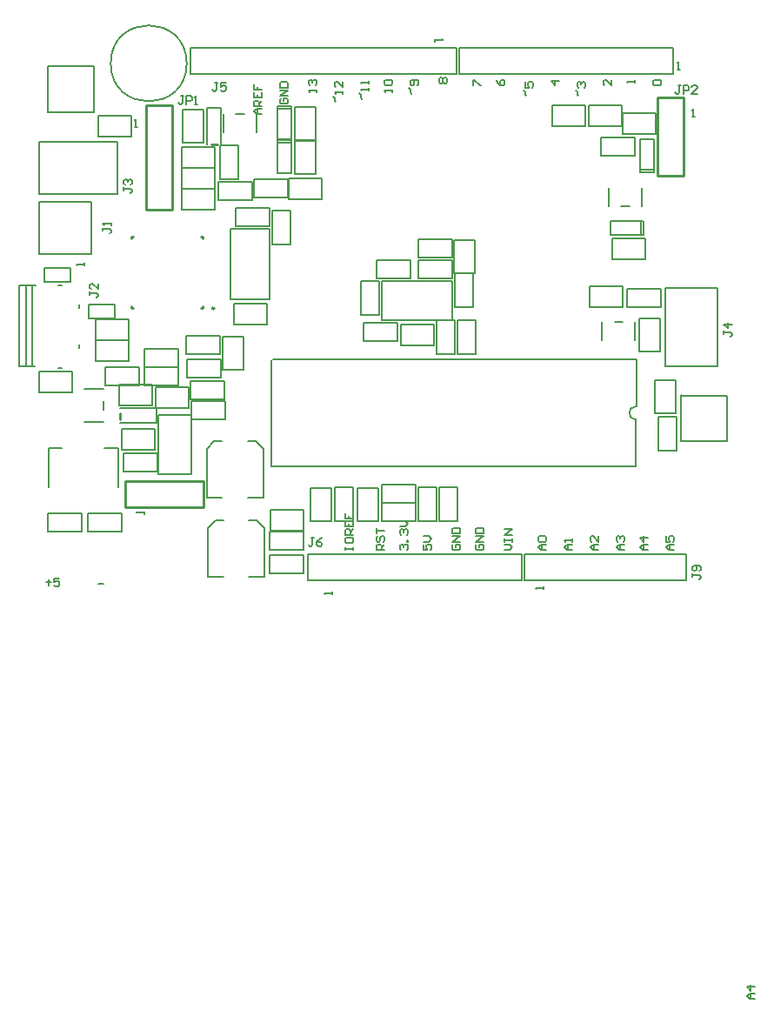
<source format=gto>
G04*
G04 #@! TF.GenerationSoftware,Altium Limited,Altium Designer,22.7.1 (60)*
G04*
G04 Layer_Color=65535*
%FSLAX44Y44*%
%MOMM*%
G71*
G04*
G04 #@! TF.SameCoordinates,93D02D30-53BF-4241-BF36-2AC50CD89F1B*
G04*
G04*
G04 #@! TF.FilePolarity,Positive*
G04*
G01*
G75*
%ADD10C,0.2000*%
%ADD11C,0.2540*%
%ADD12C,0.2700*%
%ADD13C,0.1500*%
D10*
X591000Y181750D02*
G03*
X591000Y169050I0J-6350D01*
G01*
X153840Y515620D02*
G03*
X153840Y515620I-37000J0D01*
G01*
X88900Y179832D02*
X124460D01*
Y165608D02*
Y179832D01*
X88900Y165608D02*
X124460D01*
X187452Y436880D02*
Y472440D01*
X173228D02*
X187452D01*
X173228Y436880D02*
Y472440D01*
X10160Y330200D02*
X60960D01*
X10160D02*
Y381000D01*
X60960D01*
Y330200D02*
Y381000D01*
X416560Y505460D02*
Y530860D01*
X157480Y505460D02*
X416560D01*
X157480D02*
Y530860D01*
X416560D01*
X619760Y220980D02*
X651510D01*
X638810D02*
X670560D01*
Y297180D01*
X619760D02*
X670560D01*
X619760Y220980D02*
Y297180D01*
X482600Y12700D02*
Y38100D01*
X640080D01*
Y12700D02*
Y38100D01*
X482600Y12700D02*
X640080D01*
X28780Y299780D02*
X32030D01*
X29030Y219280D02*
X32530D01*
X49530Y238780D02*
Y241780D01*
Y277780D02*
Y280780D01*
X-8720Y299280D02*
X7030D01*
X-8970Y220530D02*
X5780D01*
X-8970D02*
Y299280D01*
X-8720D01*
X-2470Y220780D02*
Y298780D01*
X3530Y220780D02*
Y298780D01*
X10160Y407670D02*
Y439420D01*
Y388620D02*
Y420370D01*
Y388620D02*
X86360D01*
Y439420D01*
X10160D02*
X86360D01*
X237600Y227400D02*
X591200D01*
X592200Y226400D01*
Y181750D02*
Y226400D01*
X236400Y123400D02*
Y149400D01*
X236200Y200400D02*
Y226400D01*
X236400Y149400D02*
Y201400D01*
Y123400D02*
X591000Y123400D01*
Y169050D01*
X546250Y298500D02*
X578250D01*
X546250Y278500D02*
Y298500D01*
Y278500D02*
X578250D01*
Y298500D01*
X590250Y246000D02*
Y264000D01*
X558250Y246000D02*
Y264000D01*
X570250D02*
X578250D01*
X609760Y175160D02*
Y207160D01*
Y175160D02*
X629760D01*
Y207160D01*
X609760D02*
X629760D01*
X627380Y505460D02*
Y530860D01*
X419100Y505460D02*
X627380D01*
X419100D02*
Y530860D01*
X627380D01*
X253240Y383700D02*
X285240D01*
Y403700D01*
X253240D02*
X285240D01*
X253240Y383700D02*
Y403700D01*
X219710Y384810D02*
X252730D01*
Y402590D01*
X219710D02*
X252730D01*
X219710Y384810D02*
Y402590D01*
X84120Y267320D02*
Y281320D01*
X58120D02*
X84120D01*
X58120Y267320D02*
Y281320D01*
Y267320D02*
X84120D01*
X14940Y302880D02*
Y316880D01*
Y302880D02*
X40940D01*
Y316880D01*
X14940D02*
X40940D01*
X149100Y414180D02*
X181100D01*
Y434180D01*
X149100D02*
X181100D01*
X149100Y414180D02*
Y434180D01*
X90680Y159860D02*
X122680D01*
X90680Y139860D02*
Y159860D01*
Y139860D02*
X122680D01*
Y159860D01*
X150020Y438660D02*
Y470660D01*
Y438660D02*
X170020D01*
Y470660D01*
X150020D02*
X170020D01*
X614520Y235460D02*
Y267460D01*
X594520D02*
X614520D01*
X594520Y235460D02*
Y267460D01*
Y235460D02*
X614520D01*
X88140Y203040D02*
X120140D01*
X88140Y183040D02*
Y203040D01*
Y183040D02*
X120140D01*
Y203040D01*
X149100Y393860D02*
X181100D01*
Y413860D01*
X149100D02*
X181100D01*
X149100Y393860D02*
Y413860D01*
X320200Y70360D02*
Y102360D01*
Y70360D02*
X340200D01*
Y102360D01*
X320200D02*
X340200D01*
X235460Y61120D02*
X267460D01*
Y81120D01*
X235460D02*
X267460D01*
X235460Y61120D02*
Y81120D01*
X578360Y467200D02*
X610360D01*
X578360Y447200D02*
Y467200D01*
Y447200D02*
X610360D01*
Y467200D01*
X568200Y325280D02*
X600200D01*
Y345280D01*
X568200D02*
X600200D01*
X568200Y325280D02*
Y345280D01*
X394460Y241460D02*
Y261460D01*
X362460Y241460D02*
X394460D01*
X362460D02*
Y261460D01*
X394460D01*
X259240Y408180D02*
Y440180D01*
Y408180D02*
X279240D01*
Y440180D01*
X259240D02*
X279240D01*
X259240Y441200D02*
Y473200D01*
Y441200D02*
X279240D01*
Y473200D01*
X259240D02*
X279240D01*
X274480Y70360D02*
Y102360D01*
Y70360D02*
X294480D01*
Y102360D01*
X274480D02*
X294480D01*
X509780Y454820D02*
X541780D01*
Y474820D01*
X509780D02*
X541780D01*
X509780Y454820D02*
Y474820D01*
X545340Y454820D02*
X577340D01*
Y474820D01*
X545340D02*
X577340D01*
X545340Y454820D02*
Y474820D01*
X199900Y261780D02*
X231900D01*
Y281780D01*
X199900D02*
X231900D01*
X199900Y261780D02*
Y281780D01*
X434180Y311660D02*
Y343660D01*
X414180D02*
X434180D01*
X414180Y311660D02*
Y343660D01*
Y311660D02*
X434180D01*
X149100Y373540D02*
X181100D01*
Y393540D01*
X149100D02*
X181100D01*
X149100Y373540D02*
Y393540D01*
X67820Y464660D02*
X99820D01*
X67820Y444660D02*
Y464660D01*
Y444660D02*
X99820D01*
Y464660D01*
X10060Y195740D02*
X42060D01*
Y215740D01*
X10060D02*
X42060D01*
X10060Y195740D02*
Y215740D01*
X65280Y246540D02*
X97280D01*
Y266540D01*
X65280D02*
X97280D01*
X65280Y246540D02*
Y266540D01*
X189000Y217250D02*
Y249250D01*
Y217250D02*
X209000D01*
Y249250D01*
X189000D02*
X209000D01*
X65280Y226220D02*
X97280D01*
Y246220D01*
X65280D02*
X97280D01*
X65280Y226220D02*
Y246220D01*
X123700Y180500D02*
X155700D01*
Y200500D01*
X123700D02*
X155700D01*
X123700Y180500D02*
Y200500D01*
X298450Y69850D02*
Y102870D01*
Y69850D02*
X316230D01*
Y102870D01*
X298450D02*
X316230D01*
X417830Y232410D02*
Y265430D01*
Y232410D02*
X435610D01*
Y265430D01*
X417830D02*
X435610D01*
X157990Y169360D02*
X191010D01*
Y187140D01*
X157990D02*
X191010D01*
X157990Y169360D02*
Y187140D01*
X204470Y402590D02*
Y435610D01*
X186690D02*
X204470D01*
X186690Y402590D02*
Y435610D01*
Y402590D02*
X204470D01*
X631190Y138430D02*
Y171450D01*
X613410D02*
X631190D01*
X613410Y138430D02*
Y171450D01*
Y138430D02*
X631190D01*
X74930Y219710D02*
X107950D01*
X74930Y201930D02*
Y219710D01*
Y201930D02*
X107950D01*
Y219710D01*
X184810Y400050D02*
X217830D01*
X184810Y382270D02*
Y400050D01*
Y382270D02*
X217830D01*
Y400050D01*
X582270Y295910D02*
X615290D01*
X582270Y278130D02*
Y295910D01*
Y278130D02*
X615290D01*
Y295910D01*
X92710Y135890D02*
X125730D01*
X92710Y118110D02*
Y135890D01*
Y118110D02*
X125730D01*
Y135890D01*
X57810Y59690D02*
X90830D01*
Y77470D01*
X57810D02*
X90830D01*
X57810Y59690D02*
Y77470D01*
X19050Y59690D02*
X52070D01*
Y77470D01*
X19050D02*
X52070D01*
X19050Y59690D02*
Y77470D01*
X433070Y278130D02*
Y311150D01*
X415290D02*
X433070D01*
X415290Y278130D02*
Y311150D01*
Y278130D02*
X433070D01*
X338430Y323850D02*
X371450D01*
X338430Y306070D02*
Y323850D01*
Y306070D02*
X371450D01*
Y323850D01*
X326390Y262890D02*
X359410D01*
X326390Y245110D02*
Y262890D01*
Y245110D02*
X359410D01*
Y262890D01*
X397510Y69850D02*
Y102870D01*
X379730D02*
X397510D01*
X379730Y69850D02*
Y102870D01*
Y69850D02*
X397510D01*
X344170D02*
X377190D01*
Y87630D01*
X344170D02*
X377190D01*
X344170Y69850D02*
Y87630D01*
X397510Y232410D02*
Y265430D01*
Y232410D02*
X415290D01*
Y265430D01*
X397510D02*
X415290D01*
X379730Y323850D02*
X412750D01*
X379730Y306070D02*
Y323850D01*
Y306070D02*
X412750D01*
Y323850D01*
X234950Y19050D02*
X267970D01*
Y36830D01*
X234950D02*
X267970D01*
X234950Y19050D02*
Y36830D01*
Y59690D02*
X267970D01*
X234950Y41910D02*
Y59690D01*
Y41910D02*
X267970D01*
Y59690D01*
X400050Y102870D02*
X417830D01*
Y69850D02*
Y102870D01*
X400050Y69850D02*
X417830D01*
X400050D02*
Y102870D01*
X377190Y87630D02*
Y105410D01*
X344170Y87630D02*
X377190D01*
X344170D02*
Y105410D01*
X377190D01*
X379730Y326390D02*
X412750D01*
Y344170D01*
X379730D02*
X412750D01*
X379730Y326390D02*
Y344170D01*
X341630Y270510D02*
Y303530D01*
X323850D02*
X341630D01*
X323850Y270510D02*
Y303530D01*
Y270510D02*
X341630D01*
X237490Y339090D02*
Y372110D01*
Y339090D02*
X255270D01*
Y372110D01*
X237490D02*
X255270D01*
X201270Y374650D02*
X234290D01*
X201270Y356870D02*
Y374650D01*
Y356870D02*
X234290D01*
Y374650D01*
X557530Y425450D02*
X590550D01*
Y443230D01*
X557530D02*
X590550D01*
X557530Y425450D02*
Y443230D01*
X153240Y233110D02*
X186260D01*
Y250890D01*
X153240D02*
X186260D01*
X153240Y233110D02*
Y250890D01*
X113030Y237490D02*
X146050D01*
X113030Y219710D02*
Y237490D01*
Y219710D02*
X146050D01*
Y237490D01*
X113030Y219710D02*
X146050D01*
X113030Y201930D02*
Y219710D01*
Y201930D02*
X146050D01*
Y219710D01*
X154240Y209610D02*
X187260D01*
Y227390D01*
X154240D02*
X187260D01*
X154240Y209610D02*
Y227390D01*
X157240Y188610D02*
X190260D01*
Y206390D01*
X157240D02*
X190260D01*
X157240Y188610D02*
Y206390D01*
X595122Y410210D02*
Y412242D01*
Y410210D02*
X595376Y409956D01*
X608584D01*
X608838Y410210D02*
Y412242D01*
Y441960D01*
X595122D02*
X608838D01*
X595122Y412242D02*
X608838D01*
X595122D02*
Y441960D01*
X596138Y348742D02*
X598170D01*
X598424Y348996D01*
Y362204D01*
X596138Y362458D02*
X598170D01*
X566420D02*
X596138D01*
X566420Y348742D02*
Y362458D01*
X596138Y348742D02*
Y362458D01*
X566420Y348742D02*
X596138D01*
X255778Y438658D02*
Y440690D01*
X255524Y440944D02*
X255778Y440690D01*
X242316Y440944D02*
X255524D01*
X242062Y438658D02*
Y440690D01*
Y408940D02*
Y438658D01*
Y408940D02*
X255778D01*
X242062Y438658D02*
X255778D01*
Y408940D02*
Y438658D01*
Y471678D02*
Y473710D01*
X255524Y473964D02*
X255778Y473710D01*
X242316Y473964D02*
X255524D01*
X242062Y471678D02*
Y473710D01*
Y441960D02*
Y471678D01*
Y441960D02*
X255778D01*
X242062Y471678D02*
X255778D01*
Y441960D02*
Y471678D01*
X18390Y467970D02*
X62890D01*
X63140Y467720D01*
Y512720D01*
X18390D02*
X63140D01*
X18390Y467970D02*
Y512720D01*
X635610Y192430D02*
X680110D01*
X635360Y192680D02*
X635610Y192430D01*
X635360Y147680D02*
Y192680D01*
Y147680D02*
X680110D01*
Y192430D01*
X344170Y265430D02*
Y303530D01*
X412750Y276270D02*
Y303530D01*
X344170D02*
X412750D01*
Y265430D02*
Y276270D01*
X344170Y265430D02*
X412750D01*
X196850Y285750D02*
X234950D01*
X196850Y354330D02*
X224110D01*
X196850Y285750D02*
Y354330D01*
X224110D02*
X234950D01*
Y285750D02*
Y354330D01*
X221740Y448200D02*
Y466200D01*
X189740Y448200D02*
Y466200D01*
X201740D02*
X209740D01*
X54500Y166880D02*
X72500D01*
X54500Y198880D02*
X72500D01*
Y178880D02*
Y186880D01*
X565000Y376280D02*
Y394280D01*
X597000Y376280D02*
Y394280D01*
X577000Y376280D02*
X585000D01*
X73340Y140920D02*
X87340D01*
Y102920D02*
Y140920D01*
X19340D02*
X32340D01*
X19340Y102920D02*
Y140920D01*
X126240Y173780D02*
X158240D01*
X126240Y115780D02*
Y173780D01*
Y115780D02*
X158240D01*
Y173780D01*
X182000Y71000D02*
X189500D01*
X214500D02*
X222000D01*
X229500Y61000D02*
Y63500D01*
X222000Y71000D02*
X229500Y63500D01*
X174500Y61000D02*
Y63500D01*
X182000Y71000D01*
X174500Y16000D02*
Y61000D01*
Y16000D02*
X189500D01*
X214500D02*
X229500D01*
Y61000D01*
X180750Y148000D02*
X188250D01*
X213250D02*
X220750D01*
X228250Y138000D02*
Y140500D01*
X220750Y148000D02*
X228250Y140500D01*
X173250Y138000D02*
Y140500D01*
X180750Y148000D01*
X173250Y93000D02*
Y138000D01*
Y93000D02*
X188250D01*
X213250D02*
X228250D01*
Y138000D01*
X271780Y12700D02*
X480060D01*
Y38100D01*
X271780D02*
X480060D01*
X271780Y12700D02*
Y38100D01*
D11*
X180620Y277420D02*
G03*
X180620Y277420I-1000J0D01*
G01*
X114300Y474980D02*
X139700D01*
X114300Y373380D02*
Y474980D01*
X139700Y373380D02*
Y474980D01*
X114300Y373380D02*
X139700D01*
X612140Y482600D02*
X637540D01*
X612140Y406400D02*
Y482600D01*
X637540Y406400D02*
Y482600D01*
X612140Y406400D02*
X637540D01*
X169620Y345420D02*
Y347420D01*
Y345420D02*
Y347420D01*
X167620D02*
X169620D01*
X99620Y345420D02*
Y347420D01*
Y345420D02*
Y347420D01*
X101620D01*
X99620Y277420D02*
X101620D01*
X99620D02*
X101620D01*
X99620D02*
Y279420D01*
X167620Y277420D02*
X169620D01*
X167620D02*
X169620D01*
Y279420D01*
X170180Y83820D02*
Y109220D01*
X93980D02*
X170180D01*
X93980Y83820D02*
X170180D01*
X93980D02*
Y109220D01*
D12*
X88646Y169418D02*
Y175514D01*
X177546Y436626D02*
X183642D01*
D13*
X54380Y319000D02*
Y321666D01*
Y320333D01*
X46383D01*
X47716Y319000D01*
X103100Y453620D02*
X105766D01*
X104433D01*
Y461617D01*
X103100Y460285D01*
X395200Y539520D02*
Y536854D01*
Y538187D01*
X403197D01*
X401865Y539520D01*
X645750Y463500D02*
X648416D01*
X647083D01*
Y471497D01*
X645750Y470164D01*
X501420Y4040D02*
Y6706D01*
Y5373D01*
X493423D01*
X494756Y4040D01*
X67540Y9120D02*
X72872D01*
X16740Y10579D02*
X22072D01*
X19406Y13245D02*
Y7913D01*
X30069Y14577D02*
X24737D01*
Y10579D01*
X27403Y11912D01*
X28736D01*
X30069Y10579D01*
Y7913D01*
X28736Y6580D01*
X26070D01*
X24737Y7913D01*
X227100Y466157D02*
X221768D01*
X219103Y468823D01*
X221768Y471488D01*
X227100D01*
X223101D01*
Y466157D01*
X227100Y474154D02*
X219103D01*
Y478153D01*
X220436Y479486D01*
X223101D01*
X224434Y478153D01*
Y474154D01*
Y476820D02*
X227100Y479486D01*
X219103Y487483D02*
Y482152D01*
X227100D01*
Y487483D01*
X223101Y482152D02*
Y484817D01*
X219103Y495481D02*
Y490149D01*
X223101D01*
Y492815D01*
Y490149D01*
X227100D01*
X245835Y481485D02*
X244503Y480152D01*
Y477486D01*
X245835Y476153D01*
X251167D01*
X252500Y477486D01*
Y480152D01*
X251167Y481485D01*
X248501D01*
Y478819D01*
X252500Y484151D02*
X244503D01*
X252500Y489483D01*
X244503D01*
Y492148D02*
X252500D01*
Y496147D01*
X251167Y497480D01*
X245835D01*
X244503Y496147D01*
Y492148D01*
X280440Y487816D02*
Y490482D01*
Y489149D01*
X272443D01*
X273776Y487816D01*
Y494481D02*
X272443Y495814D01*
Y498480D01*
X273776Y499813D01*
X275108D01*
X276441Y498480D01*
Y497147D01*
Y498480D01*
X277774Y499813D01*
X279107D01*
X280440Y498480D01*
Y495814D01*
X279107Y494481D01*
X299175Y477820D02*
X297843Y479153D01*
Y481818D01*
X296510Y483151D01*
X305840Y485817D02*
Y488483D01*
Y487150D01*
X297843D01*
X299175Y485817D01*
X305840Y497813D02*
Y492482D01*
X300508Y497813D01*
X299175D01*
X297843Y496480D01*
Y493815D01*
X299175Y492482D01*
X324576Y481152D02*
X323243Y482485D01*
Y485151D01*
X321910Y486483D01*
X331240Y489149D02*
Y491815D01*
Y490482D01*
X323243D01*
X324576Y489149D01*
X331240Y495814D02*
Y498480D01*
Y497147D01*
X323243D01*
X324576Y495814D01*
X354100Y487816D02*
Y490482D01*
Y489149D01*
X346103D01*
X347435Y487816D01*
Y494481D02*
X346103Y495814D01*
Y498480D01*
X347435Y499813D01*
X352767D01*
X354100Y498480D01*
Y495814D01*
X352767Y494481D01*
X347435D01*
X372836Y486150D02*
X371503Y487483D01*
Y490149D01*
X370170Y491482D01*
X378167Y494148D02*
X379500Y495481D01*
Y498147D01*
X378167Y499479D01*
X372836D01*
X371503Y498147D01*
Y495481D01*
X372836Y494148D01*
X374168D01*
X375501Y495481D01*
Y499479D01*
X609055Y494260D02*
X607723Y495593D01*
Y498259D01*
X609055Y499592D01*
X614387D01*
X615720Y498259D01*
Y495593D01*
X614387Y494260D01*
X609055D01*
X400775Y496310D02*
X399443Y497643D01*
Y500309D01*
X400775Y501642D01*
X402108D01*
X403441Y500309D01*
X404774Y501642D01*
X406107D01*
X407440Y500309D01*
Y497643D01*
X406107Y496310D01*
X404774D01*
X403441Y497643D01*
X402108Y496310D01*
X400775D01*
X403441Y497643D02*
Y500309D01*
X432463Y494097D02*
Y499428D01*
X433796D01*
X439127Y494097D01*
X440460D01*
X455323Y499592D02*
X456656Y496926D01*
X459321Y494260D01*
X461987D01*
X463320Y495593D01*
Y498259D01*
X461987Y499592D01*
X460654D01*
X459321Y498259D01*
Y494260D01*
X484595Y484100D02*
X483263Y485433D01*
Y488099D01*
X481930Y489432D01*
X483263Y497429D02*
Y492097D01*
X487261D01*
X485928Y494763D01*
Y496096D01*
X487261Y497429D01*
X489927D01*
X491260Y496096D01*
Y493430D01*
X489927Y492097D01*
X516660Y498259D02*
X508663D01*
X512661Y494260D01*
Y499592D01*
X535396Y484100D02*
X534063Y485433D01*
Y488099D01*
X532730Y489432D01*
X535396Y492097D02*
X534063Y493430D01*
Y496096D01*
X535396Y497429D01*
X536728D01*
X538061Y496096D01*
Y494763D01*
Y496096D01*
X539394Y497429D01*
X540727D01*
X542060Y496096D01*
Y493430D01*
X540727Y492097D01*
X567460Y499592D02*
Y494260D01*
X562128Y499592D01*
X560796D01*
X559463Y498259D01*
Y495593D01*
X560796Y494260D01*
X707160Y-394740D02*
X701828D01*
X699163Y-392074D01*
X701828Y-389408D01*
X707160D01*
X703161D01*
Y-394740D01*
X707160Y-382744D02*
X699163D01*
X703161Y-386743D01*
Y-381411D01*
X590320Y496800D02*
Y499466D01*
Y498133D01*
X582323D01*
X583656Y496800D01*
X413475Y47472D02*
X412143Y46139D01*
Y43473D01*
X413475Y42140D01*
X418807D01*
X420140Y43473D01*
Y46139D01*
X418807Y47472D01*
X416141D01*
Y44806D01*
X420140Y50137D02*
X412143D01*
X420140Y55469D01*
X412143D01*
Y58135D02*
X420140D01*
Y62133D01*
X418807Y63466D01*
X413475D01*
X412143Y62133D01*
Y58135D01*
X308003Y42140D02*
Y44806D01*
Y43473D01*
X316000D01*
Y42140D01*
Y44806D01*
X308003Y52803D02*
Y50137D01*
X309335Y48804D01*
X314667D01*
X316000Y50137D01*
Y52803D01*
X314667Y54136D01*
X309335D01*
X308003Y52803D01*
X316000Y56802D02*
X308003D01*
Y60801D01*
X309335Y62133D01*
X312001D01*
X313334Y60801D01*
Y56802D01*
Y59468D02*
X316000Y62133D01*
X308003Y70131D02*
Y64799D01*
X316000D01*
Y70131D01*
X312001Y64799D02*
Y67465D01*
X308003Y78128D02*
Y72797D01*
X312001D01*
Y75463D01*
Y72797D01*
X316000D01*
X346480Y42140D02*
X338483D01*
Y46139D01*
X339815Y47472D01*
X342481D01*
X343814Y46139D01*
Y42140D01*
Y44806D02*
X346480Y47472D01*
X339815Y55469D02*
X338483Y54136D01*
Y51470D01*
X339815Y50137D01*
X341148D01*
X342481Y51470D01*
Y54136D01*
X343814Y55469D01*
X345147D01*
X346480Y54136D01*
Y51470D01*
X345147Y50137D01*
X338483Y58135D02*
Y63466D01*
Y60801D01*
X346480D01*
X362676Y42140D02*
X361343Y43473D01*
Y46139D01*
X362676Y47472D01*
X364008D01*
X365341Y46139D01*
Y44806D01*
Y46139D01*
X366674Y47472D01*
X368007D01*
X369340Y46139D01*
Y43473D01*
X368007Y42140D01*
X369340Y50137D02*
X368007D01*
Y51470D01*
X369340D01*
Y50137D01*
X362676Y56802D02*
X361343Y58135D01*
Y60801D01*
X362676Y62133D01*
X364008D01*
X365341Y60801D01*
Y59468D01*
Y60801D01*
X366674Y62133D01*
X368007D01*
X369340Y60801D01*
Y58135D01*
X368007Y56802D01*
X361343Y64799D02*
X366674D01*
X369340Y67465D01*
X366674Y70131D01*
X361343D01*
X384203Y47472D02*
Y42140D01*
X388201D01*
X386868Y44806D01*
Y46139D01*
X388201Y47472D01*
X390867D01*
X392200Y46139D01*
Y43473D01*
X390867Y42140D01*
X384203Y50137D02*
X389534D01*
X392200Y52803D01*
X389534Y55469D01*
X384203D01*
X436335Y47472D02*
X435003Y46139D01*
Y43473D01*
X436335Y42140D01*
X441667D01*
X443000Y43473D01*
Y46139D01*
X441667Y47472D01*
X439001D01*
Y44806D01*
X443000Y50137D02*
X435003D01*
X443000Y55469D01*
X435003D01*
Y58135D02*
X443000D01*
Y62133D01*
X441667Y63466D01*
X436335D01*
X435003Y62133D01*
Y58135D01*
X462943Y42140D02*
X468274D01*
X470940Y44806D01*
X468274Y47472D01*
X462943D01*
Y50137D02*
Y52803D01*
Y51470D01*
X470940D01*
Y50137D01*
Y52803D01*
Y56802D02*
X462943D01*
X470940Y62133D01*
X462943D01*
X503960Y42140D02*
X498628D01*
X495963Y44806D01*
X498628Y47472D01*
X503960D01*
X499961D01*
Y42140D01*
X497295Y50137D02*
X495963Y51470D01*
Y54136D01*
X497295Y55469D01*
X502627D01*
X503960Y54136D01*
Y51470D01*
X502627Y50137D01*
X497295D01*
X529360Y42140D02*
X524028D01*
X521363Y44806D01*
X524028Y47472D01*
X529360D01*
X525361D01*
Y42140D01*
X529360Y50137D02*
Y52803D01*
Y51470D01*
X521363D01*
X522696Y50137D01*
X554760Y42140D02*
X549428D01*
X546763Y44806D01*
X549428Y47472D01*
X554760D01*
X550761D01*
Y42140D01*
X554760Y55469D02*
Y50137D01*
X549428Y55469D01*
X548096D01*
X546763Y54136D01*
Y51470D01*
X548096Y50137D01*
X580160Y42140D02*
X574828D01*
X572163Y44806D01*
X574828Y47472D01*
X580160D01*
X576161D01*
Y42140D01*
X573495Y50137D02*
X572163Y51470D01*
Y54136D01*
X573495Y55469D01*
X574828D01*
X576161Y54136D01*
Y52803D01*
Y54136D01*
X577494Y55469D01*
X578827D01*
X580160Y54136D01*
Y51470D01*
X578827Y50137D01*
X603020Y42140D02*
X597688D01*
X595023Y44806D01*
X597688Y47472D01*
X603020D01*
X599021D01*
Y42140D01*
X603020Y54136D02*
X595023D01*
X599021Y50137D01*
Y55469D01*
X628420Y42140D02*
X623088D01*
X620423Y44806D01*
X623088Y47472D01*
X628420D01*
X624421D01*
Y42140D01*
X620423Y55469D02*
Y50137D01*
X624421D01*
X623088Y52803D01*
Y54136D01*
X624421Y55469D01*
X627087D01*
X628420Y54136D01*
Y51470D01*
X627087Y50137D01*
X631420Y509500D02*
X634086D01*
X632753D01*
Y517497D01*
X631420Y516165D01*
X112800Y79780D02*
Y77114D01*
Y78447D01*
X104803D01*
X106136Y79780D01*
X295680Y-1040D02*
Y1626D01*
Y293D01*
X287683D01*
X289016Y-1040D01*
X634748Y494219D02*
X632083D01*
X633415D01*
Y487554D01*
X632083Y486221D01*
X630750D01*
X629417Y487554D01*
X637414Y486221D02*
Y494219D01*
X641413D01*
X642746Y492886D01*
Y490220D01*
X641413Y488887D01*
X637414D01*
X650743Y486221D02*
X645412D01*
X650743Y491553D01*
Y492886D01*
X649410Y494219D01*
X646745D01*
X645412Y492886D01*
X150941Y484059D02*
X148275D01*
X149608D01*
Y477394D01*
X148275Y476061D01*
X146943D01*
X145610Y477394D01*
X153607Y476061D02*
Y484059D01*
X157606D01*
X158939Y482726D01*
Y480060D01*
X157606Y478727D01*
X153607D01*
X161604Y476061D02*
X164270D01*
X162937D01*
Y484059D01*
X161604Y482726D01*
X646241Y18987D02*
Y16321D01*
Y17654D01*
X652906D01*
X654239Y16321D01*
Y14988D01*
X652906Y13656D01*
Y21653D02*
X654239Y22986D01*
Y25652D01*
X652906Y26985D01*
X647574D01*
X646241Y25652D01*
Y22986D01*
X647574Y21653D01*
X648907D01*
X650240Y22986D01*
Y26985D01*
X277620Y53717D02*
X274954D01*
X276287D01*
Y47053D01*
X274954Y45720D01*
X273621D01*
X272288Y47053D01*
X285617Y53717D02*
X282951Y52385D01*
X280285Y49719D01*
Y47053D01*
X281618Y45720D01*
X284284D01*
X285617Y47053D01*
Y48386D01*
X284284Y49719D01*
X280285D01*
X184087Y496759D02*
X181421D01*
X182754D01*
Y490094D01*
X181421Y488761D01*
X180088D01*
X178755Y490094D01*
X192085Y496759D02*
X186753D01*
Y492760D01*
X189419Y494093D01*
X190752D01*
X192085Y492760D01*
Y490094D01*
X190752Y488761D01*
X188086D01*
X186753Y490094D01*
X676721Y255207D02*
Y252541D01*
Y253874D01*
X683386D01*
X684719Y252541D01*
Y251208D01*
X683386Y249876D01*
X684719Y261872D02*
X676721D01*
X680720Y257873D01*
Y263204D01*
X92521Y394907D02*
Y392241D01*
Y393574D01*
X99186D01*
X100519Y392241D01*
Y390908D01*
X99186Y389576D01*
X93854Y397573D02*
X92521Y398906D01*
Y401572D01*
X93854Y402905D01*
X95187D01*
X96520Y401572D01*
Y400239D01*
Y401572D01*
X97853Y402905D01*
X99186D01*
X100519Y401572D01*
Y398906D01*
X99186Y397573D01*
X59501Y293307D02*
Y290641D01*
Y291974D01*
X66166D01*
X67499Y290641D01*
Y289308D01*
X66166Y287976D01*
X67499Y301304D02*
Y295973D01*
X62167Y301304D01*
X60834D01*
X59501Y299972D01*
Y297306D01*
X60834Y295973D01*
X72201Y355600D02*
Y352934D01*
Y354267D01*
X78866D01*
X80199Y352934D01*
Y351601D01*
X78866Y350268D01*
X80199Y358266D02*
Y360932D01*
Y359599D01*
X72201D01*
X73534Y358266D01*
M02*

</source>
